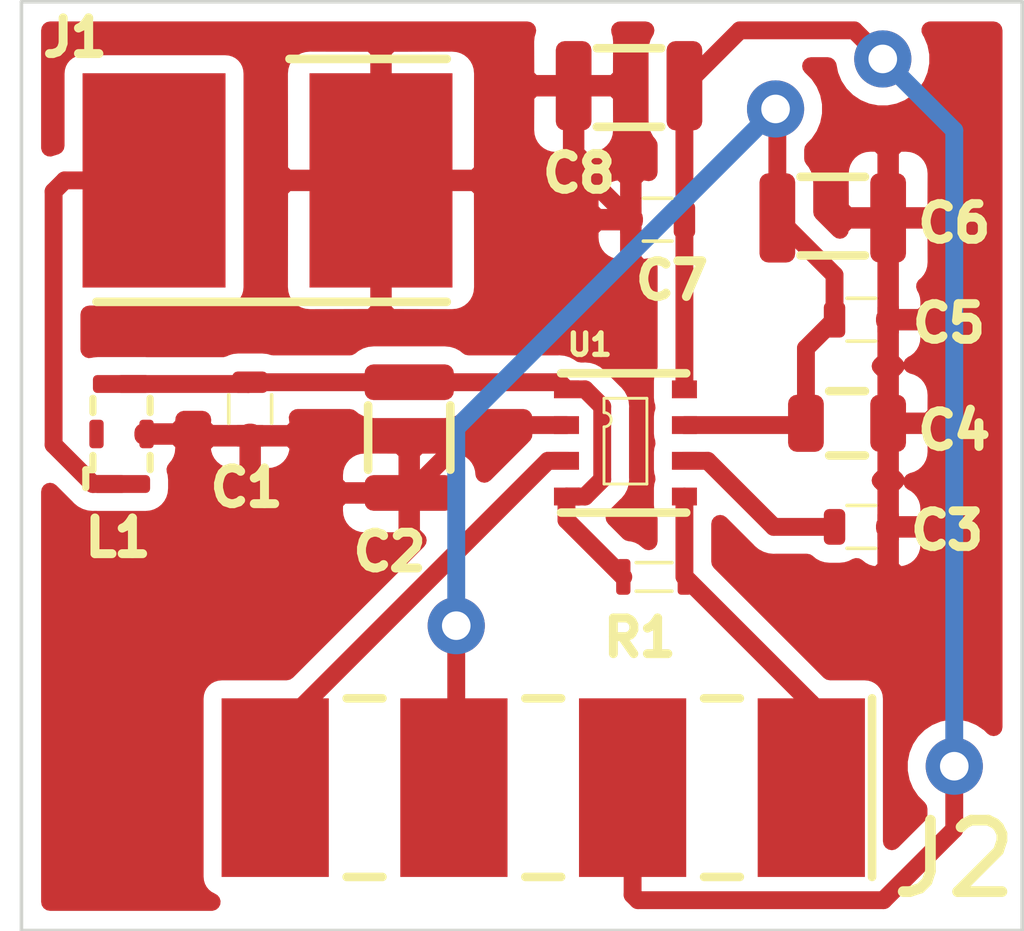
<source format=kicad_pcb>
(kicad_pcb (version 20171130) (host pcbnew "(5.1.5)-3")

  (general
    (thickness 1.6)
    (drawings 4)
    (tracks 70)
    (zones 0)
    (modules 13)
    (nets 9)
  )

  (page A4)
  (layers
    (0 F.Cu signal)
    (31 B.Cu signal)
    (32 B.Adhes user hide)
    (33 F.Adhes user hide)
    (34 B.Paste user hide)
    (35 F.Paste user hide)
    (36 B.SilkS user)
    (37 F.SilkS user)
    (38 B.Mask user)
    (39 F.Mask user)
    (40 Dwgs.User user hide)
    (41 Cmts.User user hide)
    (42 Eco1.User user hide)
    (43 Eco2.User user hide)
    (44 Edge.Cuts user)
    (45 Margin user hide)
    (46 B.CrtYd user)
    (47 F.CrtYd user)
    (48 B.Fab user hide)
    (49 F.Fab user hide)
  )

  (setup
    (last_trace_width 0.25)
    (trace_clearance 0.2)
    (zone_clearance 0.25)
    (zone_45_only no)
    (trace_min 0.2)
    (via_size 0.8)
    (via_drill 0.4)
    (via_min_size 0.4)
    (via_min_drill 0.3)
    (uvia_size 0.3)
    (uvia_drill 0.1)
    (uvias_allowed no)
    (uvia_min_size 0.2)
    (uvia_min_drill 0.1)
    (edge_width 0.05)
    (segment_width 0.2)
    (pcb_text_width 0.3)
    (pcb_text_size 1.5 1.5)
    (mod_edge_width 0.12)
    (mod_text_size 1 1)
    (mod_text_width 0.15)
    (pad_size 1.524 1.524)
    (pad_drill 0.762)
    (pad_to_mask_clearance 0.051)
    (solder_mask_min_width 0.25)
    (aux_axis_origin 0 0)
    (visible_elements 7FFFFFFF)
    (pcbplotparams
      (layerselection 0x010f0_ffffffff)
      (usegerberextensions false)
      (usegerberattributes false)
      (usegerberadvancedattributes false)
      (creategerberjobfile false)
      (excludeedgelayer true)
      (linewidth 0.100000)
      (plotframeref false)
      (viasonmask false)
      (mode 1)
      (useauxorigin false)
      (hpglpennumber 1)
      (hpglpenspeed 20)
      (hpglpendiameter 15.000000)
      (psnegative false)
      (psa4output false)
      (plotreference true)
      (plotvalue true)
      (plotinvisibletext false)
      (padsonsilk false)
      (subtractmaskfromsilk false)
      (outputformat 1)
      (mirror false)
      (drillshape 0)
      (scaleselection 1)
      (outputdirectory ""))
  )

  (net 0 "")
  (net 1 GND)
  (net 2 "Net-(C1-Pad1)")
  (net 3 "Net-(C3-Pad1)")
  (net 4 /FMU-VDD_3V3)
  (net 5 /VDD_3V3_SENSORS)
  (net 6 /VDD_5V_IN)
  (net 7 /VDD_3V3_SENSORS_EN)
  (net 8 /FMU-!RESET)

  (net_class Default "This is the default net class."
    (clearance 0.2)
    (trace_width 0.25)
    (via_dia 0.8)
    (via_drill 0.4)
    (uvia_dia 0.3)
    (uvia_drill 0.1)
    (add_net /FMU-!RESET)
    (add_net /FMU-VDD_3V3)
    (add_net /VDD_3V3_SENSORS)
    (add_net /VDD_3V3_SENSORS_EN)
    (add_net /VDD_5V_IN)
    (add_net GND)
    (add_net "Net-(C1-Pad1)")
    (add_net "Net-(C3-Pad1)")
  )

  (module wooslib:CC0402ZRY5V7BB104_1.0x0.5mm (layer F.Cu) (tedit 5EC38E42) (tstamp 5EC42314)
    (at 149.2 104.7 270)
    (path /5EBE7262)
    (fp_text reference C1 (at 1.6 0.3 180) (layer F.SilkS)
      (effects (font (size 0.5 0.5) (thickness 0.125)))
    )
    (fp_text value 0u1 (at 0.5 1.15 90) (layer F.Fab)
      (effects (font (size 0.5 0.5) (thickness 0.125)))
    )
    (fp_text user %R (at 0.5 0.25 90) (layer F.Fab)
      (effects (font (size 0.25 0.25) (thickness 0.04)))
    )
    (fp_line (start 0 0) (end 1 0) (layer F.Fab) (width 0.05))
    (fp_line (start 1 0.5) (end 0 0.5) (layer F.Fab) (width 0.05))
    (fp_line (start 1 0) (end 1 0.5) (layer F.Fab) (width 0.05))
    (fp_line (start 0 0) (end 0 0.5) (layer F.Fab) (width 0.05))
    (fp_line (start -0.1 -0.1) (end -0.1 0.6) (layer F.CrtYd) (width 0.05))
    (fp_line (start -0.1 0.6) (end 1.1 0.6) (layer F.CrtYd) (width 0.05))
    (fp_line (start 1.1 0.6) (end 1.1 -0.1) (layer F.CrtYd) (width 0.05))
    (fp_line (start 1.1 -0.1) (end -0.1 -0.1) (layer F.CrtYd) (width 0.05))
    (fp_line (start 0.3 -0.05) (end 0.7 -0.05) (layer F.SilkS) (width 0.05))
    (fp_line (start 0.3 0.55) (end 0.7 0.55) (layer F.SilkS) (width 0.05))
    (pad 2 smd roundrect (at 0.875 0.25 270) (size 0.3 0.5) (layers F.Cu F.Paste F.Mask) (roundrect_rratio 0.25)
      (net 1 GND))
    (pad 1 smd roundrect (at 0.125 0.25 270) (size 0.3 0.5) (layers F.Cu F.Paste F.Mask) (roundrect_rratio 0.25)
      (net 2 "Net-(C1-Pad1)"))
  )

  (module wooslib:CL21A106KAYNNNE_2.0x1.25mm (layer F.Cu) (tedit 5EC38EFE) (tstamp 5EC42325)
    (at 151.8 104.6 270)
    (path /5EBE7FB5)
    (fp_text reference C2 (at 2.6 0.9 180) (layer F.SilkS)
      (effects (font (size 0.5 0.5) (thickness 0.125)))
    )
    (fp_text value 10u/25V (at 0.8 2.05 90) (layer F.Fab)
      (effects (font (size 0.5 0.5) (thickness 0.125)))
    )
    (fp_line (start 2 0) (end 2 1.25) (layer F.Fab) (width 0.05))
    (fp_line (start 0 1.25) (end 2 1.25) (layer F.Fab) (width 0.05))
    (fp_line (start 0 0) (end 0 1.25) (layer F.Fab) (width 0.05))
    (fp_text user %R (at 0.975 0.65 90) (layer F.Fab)
      (effects (font (size 0.4 0.4) (thickness 0.07)))
    )
    (fp_line (start 0 0) (end 2 0) (layer F.Fab) (width 0.05))
    (fp_line (start -0.1 -0.1) (end -0.1 1.375) (layer F.CrtYd) (width 0.05))
    (fp_line (start -0.1 1.375) (end 2.1 1.375) (layer F.CrtYd) (width 0.05))
    (fp_line (start 2.1 1.375) (end 2.1 -0.1) (layer F.CrtYd) (width 0.05))
    (fp_line (start 2.1 -0.1) (end -0.1 -0.1) (layer F.CrtYd) (width 0.05))
    (fp_line (start 0.55 0.05) (end 1.45 0.05) (layer F.SilkS) (width 0.12))
    (fp_line (start 1.45 1.2) (end 0.55 1.2) (layer F.SilkS) (width 0.12))
    (pad 2 smd roundrect (at 1.775 0.625 270) (size 0.5 1.25) (layers F.Cu F.Paste F.Mask) (roundrect_rratio 0.25)
      (net 1 GND))
    (pad 1 smd roundrect (at 0.225 0.625 270) (size 0.5 1.25) (layers F.Cu F.Paste F.Mask) (roundrect_rratio 0.25)
      (net 2 "Net-(C1-Pad1)"))
  )

  (module wooslib:CC0402KRX7R7BB103_1.0x0.5mm (layer F.Cu) (tedit 5EC38E23) (tstamp 5EC42336)
    (at 156.9 106.5)
    (path /5EBE80C3)
    (fp_text reference C3 (at 1.8 0.4) (layer F.SilkS)
      (effects (font (size 0.5 0.5) (thickness 0.125)))
    )
    (fp_text value 10n (at 0.4 1.25) (layer F.Fab)
      (effects (font (size 0.5 0.5) (thickness 0.125)))
    )
    (fp_text user %R (at 0.6 0.35) (layer F.Fab)
      (effects (font (size 0.25 0.25) (thickness 0.04)))
    )
    (fp_line (start 1.2 0) (end 0 0) (layer F.CrtYd) (width 0.05))
    (fp_line (start 1.2 0.7) (end 1.2 0) (layer F.CrtYd) (width 0.05))
    (fp_line (start 0 0.7) (end 1.2 0.7) (layer F.CrtYd) (width 0.05))
    (fp_line (start 0 0) (end 0 0.7) (layer F.CrtYd) (width 0.05))
    (fp_line (start 0.1 0.1) (end 0.1 0.6) (layer F.Fab) (width 0.05))
    (fp_line (start 1.1 0.1) (end 1.1 0.6) (layer F.Fab) (width 0.05))
    (fp_line (start 1.1 0.6) (end 0.1 0.6) (layer F.Fab) (width 0.05))
    (fp_line (start 0.1 0.1) (end 1.1 0.1) (layer F.Fab) (width 0.05))
    (fp_line (start 0.4 0.05) (end 0.8 0.05) (layer F.SilkS) (width 0.05))
    (fp_line (start 0.4 0.65) (end 0.8 0.65) (layer F.SilkS) (width 0.05))
    (pad 1 smd roundrect (at 0.225 0.35) (size 0.3 0.5) (layers F.Cu F.Paste F.Mask) (roundrect_rratio 0.25)
      (net 3 "Net-(C3-Pad1)"))
    (pad 2 smd roundrect (at 0.975 0.35) (size 0.3 0.5) (layers F.Cu F.Paste F.Mask) (roundrect_rratio 0.25)
      (net 1 GND))
  )

  (module wooslib:CC0603ZRY5V7BB105_1.6x0.8 (layer F.Cu) (tedit 5EC38EE5) (tstamp 5EC42347)
    (at 156.5 105)
    (path /5EBE963D)
    (fp_text reference C4 (at 2.3 0.5) (layer F.SilkS)
      (effects (font (size 0.5 0.5) (thickness 0.125)))
    )
    (fp_text value 1u (at 0.575 1.525) (layer F.Fab)
      (effects (font (size 0.5 0.5) (thickness 0.125)))
    )
    (fp_line (start 0 0.8) (end 1.6 0.8) (layer F.Fab) (width 0.05))
    (fp_line (start 0 0) (end 1.6 0) (layer F.Fab) (width 0.05))
    (fp_line (start 0 0) (end 0 0.8) (layer F.Fab) (width 0.05))
    (fp_line (start 1.6 0.8) (end 1.6 0) (layer F.Fab) (width 0.05))
    (fp_text user %R (at 0.81 0.42) (layer F.Fab)
      (effects (font (size 0.35 0.35) (thickness 0.07)))
    )
    (fp_line (start -0.1 -0.1) (end -0.1 0.9) (layer F.CrtYd) (width 0.05))
    (fp_line (start -0.1 0.9) (end 1.7 0.9) (layer F.CrtYd) (width 0.05))
    (fp_line (start 1.7 0.9) (end 1.7 -0.1) (layer F.CrtYd) (width 0.05))
    (fp_line (start 1.7 -0.1) (end -0.1 -0.1) (layer F.CrtYd) (width 0.05))
    (fp_line (start 0.55 -0.05) (end 1.05 -0.05) (layer F.SilkS) (width 0.12))
    (fp_line (start 0.55 0.85) (end 1.05 0.85) (layer F.SilkS) (width 0.12))
    (pad 1 smd roundrect (at 0.225 0.4) (size 0.5 0.8) (layers F.Cu F.Paste F.Mask) (roundrect_rratio 0.25)
      (net 4 /FMU-VDD_3V3))
    (pad 2 smd roundrect (at 1.375 0.4) (size 0.5 0.8) (layers F.Cu F.Paste F.Mask) (roundrect_rratio 0.25)
      (net 1 GND))
  )

  (module wooslib:CC0402ZRY5V7BB104_1.0x0.5mm (layer F.Cu) (tedit 5EC38E42) (tstamp 5EC42358)
    (at 157 103.7)
    (path /5EBE8163)
    (fp_text reference C5 (at 1.725 0.3) (layer F.SilkS)
      (effects (font (size 0.5 0.5) (thickness 0.125)))
    )
    (fp_text value 0u1 (at 0.5 1.15) (layer F.Fab)
      (effects (font (size 0.5 0.5) (thickness 0.125)))
    )
    (fp_line (start 0.3 0.55) (end 0.7 0.55) (layer F.SilkS) (width 0.05))
    (fp_line (start 0.3 -0.05) (end 0.7 -0.05) (layer F.SilkS) (width 0.05))
    (fp_line (start 1.1 -0.1) (end -0.1 -0.1) (layer F.CrtYd) (width 0.05))
    (fp_line (start 1.1 0.6) (end 1.1 -0.1) (layer F.CrtYd) (width 0.05))
    (fp_line (start -0.1 0.6) (end 1.1 0.6) (layer F.CrtYd) (width 0.05))
    (fp_line (start -0.1 -0.1) (end -0.1 0.6) (layer F.CrtYd) (width 0.05))
    (fp_line (start 0 0) (end 0 0.5) (layer F.Fab) (width 0.05))
    (fp_line (start 1 0) (end 1 0.5) (layer F.Fab) (width 0.05))
    (fp_line (start 1 0.5) (end 0 0.5) (layer F.Fab) (width 0.05))
    (fp_line (start 0 0) (end 1 0) (layer F.Fab) (width 0.05))
    (fp_text user %R (at 0.5 0.25) (layer F.Fab)
      (effects (font (size 0.25 0.25) (thickness 0.04)))
    )
    (pad 1 smd roundrect (at 0.125 0.25) (size 0.3 0.5) (layers F.Cu F.Paste F.Mask) (roundrect_rratio 0.25)
      (net 4 /FMU-VDD_3V3))
    (pad 2 smd roundrect (at 0.875 0.25) (size 0.3 0.5) (layers F.Cu F.Paste F.Mask) (roundrect_rratio 0.25)
      (net 1 GND))
  )

  (module wooslib:CL21A226MAQNNNE_2.0x1.25mm (layer F.Cu) (tedit 5EC38F1D) (tstamp 5EC42369)
    (at 156 101.8)
    (path /5EBE81B4)
    (fp_text reference C6 (at 2.8 0.8) (layer F.SilkS)
      (effects (font (size 0.5 0.5) (thickness 0.125)))
    )
    (fp_text value 22u/25V (at 1 2) (layer F.Fab)
      (effects (font (size 0.5 0.5) (thickness 0.125)))
    )
    (fp_text user %R (at 1.075 0.75) (layer F.Fab)
      (effects (font (size 0.4 0.4) (thickness 0.07)))
    )
    (fp_line (start 2.1 0.1) (end 2.1 1.35) (layer F.Fab) (width 0.05))
    (fp_line (start 2.2 0) (end 0 0) (layer F.CrtYd) (width 0.05))
    (fp_line (start 0.1 0.1) (end 2.1 0.1) (layer F.Fab) (width 0.05))
    (fp_line (start 0.1 0.1) (end 0.1 1.35) (layer F.Fab) (width 0.05))
    (fp_line (start 0.1 1.35) (end 2.1 1.35) (layer F.Fab) (width 0.05))
    (fp_line (start 2.2 1.475) (end 2.2 0) (layer F.CrtYd) (width 0.05))
    (fp_line (start 0 0) (end 0 1.475) (layer F.CrtYd) (width 0.05))
    (fp_line (start 0 1.475) (end 2.2 1.475) (layer F.CrtYd) (width 0.05))
    (fp_line (start 0.65 0.15) (end 1.55 0.15) (layer F.SilkS) (width 0.12))
    (fp_line (start 1.55 1.25) (end 0.65 1.25) (layer F.SilkS) (width 0.12))
    (pad 1 smd roundrect (at 0.325 0.725) (size 0.5 1.25) (layers F.Cu F.Paste F.Mask) (roundrect_rratio 0.25)
      (net 4 /FMU-VDD_3V3))
    (pad 2 smd roundrect (at 1.875 0.725) (size 0.5 1.25) (layers F.Cu F.Paste F.Mask) (roundrect_rratio 0.25)
      (net 1 GND))
  )

  (module wooslib:CC0402ZRY5V7BB104_1.0x0.5mm (layer F.Cu) (tedit 5EC38E42) (tstamp 5EC4237A)
    (at 155.15 102.8 180)
    (path /5EBE8831)
    (fp_text reference C7 (at 0.3 -0.6) (layer F.SilkS)
      (effects (font (size 0.5 0.5) (thickness 0.125)))
    )
    (fp_text value 0u1 (at 0.5 1.15) (layer F.Fab)
      (effects (font (size 0.5 0.5) (thickness 0.125)))
    )
    (fp_text user %R (at 0.5 0.25) (layer F.Fab)
      (effects (font (size 0.25 0.25) (thickness 0.04)))
    )
    (fp_line (start 0 0) (end 1 0) (layer F.Fab) (width 0.05))
    (fp_line (start 1 0.5) (end 0 0.5) (layer F.Fab) (width 0.05))
    (fp_line (start 1 0) (end 1 0.5) (layer F.Fab) (width 0.05))
    (fp_line (start 0 0) (end 0 0.5) (layer F.Fab) (width 0.05))
    (fp_line (start -0.1 -0.1) (end -0.1 0.6) (layer F.CrtYd) (width 0.05))
    (fp_line (start -0.1 0.6) (end 1.1 0.6) (layer F.CrtYd) (width 0.05))
    (fp_line (start 1.1 0.6) (end 1.1 -0.1) (layer F.CrtYd) (width 0.05))
    (fp_line (start 1.1 -0.1) (end -0.1 -0.1) (layer F.CrtYd) (width 0.05))
    (fp_line (start 0.3 -0.05) (end 0.7 -0.05) (layer F.SilkS) (width 0.05))
    (fp_line (start 0.3 0.55) (end 0.7 0.55) (layer F.SilkS) (width 0.05))
    (pad 2 smd roundrect (at 0.875 0.25 180) (size 0.3 0.5) (layers F.Cu F.Paste F.Mask) (roundrect_rratio 0.25)
      (net 1 GND))
    (pad 1 smd roundrect (at 0.125 0.25 180) (size 0.3 0.5) (layers F.Cu F.Paste F.Mask) (roundrect_rratio 0.25)
      (net 5 /VDD_3V3_SENSORS))
  )

  (module wooslib:CL21A226MAQNNNE_2.0x1.25mm (layer F.Cu) (tedit 5EC38F1D) (tstamp 5EC4238B)
    (at 155.35 101.4 180)
    (path /5EBEA0B6)
    (fp_text reference C8 (at 1.8 -0.5) (layer F.SilkS)
      (effects (font (size 0.5 0.5) (thickness 0.125)))
    )
    (fp_text value 22u/25V (at 1 2) (layer F.Fab)
      (effects (font (size 0.5 0.5) (thickness 0.125)))
    )
    (fp_line (start 1.55 1.25) (end 0.65 1.25) (layer F.SilkS) (width 0.12))
    (fp_line (start 0.65 0.15) (end 1.55 0.15) (layer F.SilkS) (width 0.12))
    (fp_line (start 0 1.475) (end 2.2 1.475) (layer F.CrtYd) (width 0.05))
    (fp_line (start 0 0) (end 0 1.475) (layer F.CrtYd) (width 0.05))
    (fp_line (start 2.2 1.475) (end 2.2 0) (layer F.CrtYd) (width 0.05))
    (fp_line (start 0.1 1.35) (end 2.1 1.35) (layer F.Fab) (width 0.05))
    (fp_line (start 0.1 0.1) (end 0.1 1.35) (layer F.Fab) (width 0.05))
    (fp_line (start 0.1 0.1) (end 2.1 0.1) (layer F.Fab) (width 0.05))
    (fp_line (start 2.2 0) (end 0 0) (layer F.CrtYd) (width 0.05))
    (fp_line (start 2.1 0.1) (end 2.1 1.35) (layer F.Fab) (width 0.05))
    (fp_text user %R (at 1.075 0.75) (layer F.Fab)
      (effects (font (size 0.4 0.4) (thickness 0.07)))
    )
    (pad 2 smd roundrect (at 1.875 0.725 180) (size 0.5 1.25) (layers F.Cu F.Paste F.Mask) (roundrect_rratio 0.25)
      (net 1 GND))
    (pad 1 smd roundrect (at 0.325 0.725 180) (size 0.5 1.25) (layers F.Cu F.Paste F.Mask) (roundrect_rratio 0.25)
      (net 5 /VDD_3V3_SENSORS))
  )

  (module wooslib:FMU3_VDD_5V_IN_Connector (layer F.Cu) (tedit 5EC38F6A) (tstamp 5EC4239D)
    (at 145.7 102 90)
    (path /5EC3E655)
    (fp_text reference J1 (at 2 0.8 180) (layer F.SilkS)
      (effects (font (size 0.5 0.5) (thickness 0.125)))
    )
    (fp_text value Conn_01x02_Male (at 0 7 90) (layer F.Fab)
      (effects (font (size 0.5 0.5) (thickness 0.125)))
    )
    (fp_text user %R (at 0 3.175) (layer F.Fab)
      (effects (font (size 1 1) (thickness 0.15)))
    )
    (fp_line (start -1 1) (end 1.5 1) (layer F.Fab) (width 0.12))
    (fp_line (start 1.5 1) (end 1.5 6) (layer F.Fab) (width 0.12))
    (fp_line (start 1.5 6) (end -1.5 6) (layer F.Fab) (width 0.12))
    (fp_line (start -1.5 6) (end -1.5 1.5) (layer F.Fab) (width 0.12))
    (fp_line (start -1.5 1.5) (end -1 1) (layer F.Fab) (width 0.12))
    (fp_line (start -2 0.5) (end -2 6.5) (layer F.CrtYd) (width 0.12))
    (fp_line (start -2 6.5) (end 2 6.5) (layer F.CrtYd) (width 0.12))
    (fp_line (start 2 6.5) (end 2 0.5) (layer F.CrtYd) (width 0.12))
    (fp_line (start 2 0.5) (end -2 0.5) (layer F.CrtYd) (width 0.12))
    (fp_line (start -1.7 1.1) (end -1.7 6) (layer F.SilkS) (width 0.12))
    (fp_line (start 1.7 6) (end 1.7 3.8) (layer F.SilkS) (width 0.12))
    (pad 2 smd rect (at 0 5.08 90) (size 3 2) (layers F.Cu F.Paste F.Mask)
      (net 1 GND))
    (pad 1 smd rect (at 0 1.905 90) (size 3 2) (layers F.Cu F.Paste F.Mask)
      (net 6 /VDD_5V_IN))
  )

  (module wooslib:MIC5332_OUTPUT_Connector (layer F.Cu) (tedit 5EC390E2) (tstamp 5EC423B4)
    (at 154.3 110.5 270)
    (path /5EC5E87A)
    (fp_text reference J2 (at 1 -4.5 180) (layer F.SilkS)
      (effects (font (size 1 1) (thickness 0.15)))
    )
    (fp_text value Conn_01x04_Male (at 0 7 90) (layer F.Fab)
      (effects (font (size 1 1) (thickness 0.15)))
    )
    (fp_line (start -1 -3) (end -1 5.5) (layer F.Fab) (width 0.12))
    (fp_line (start -1 5.5) (end 1 5.5) (layer F.Fab) (width 0.12))
    (fp_line (start 1 5.5) (end 1 -3) (layer F.Fab) (width 0.12))
    (fp_line (start 1 -3) (end -1 -3) (layer F.Fab) (width 0.12))
    (fp_line (start -1.5 -3.5) (end -1.5 6) (layer F.CrtYd) (width 0.12))
    (fp_line (start -1.5 6) (end 1.5 6) (layer F.CrtYd) (width 0.12))
    (fp_line (start 1.5 6) (end 1.5 -3.5) (layer F.CrtYd) (width 0.12))
    (fp_line (start 1.5 -3.5) (end -1.5 -3.5) (layer F.CrtYd) (width 0.12))
    (fp_line (start -1.25 -1.5) (end -1.25 -1) (layer F.SilkS) (width 0.12))
    (fp_line (start 1.25 -1.5) (end 1.25 -1) (layer F.SilkS) (width 0.12))
    (fp_line (start -1.25 1) (end -1.25 1.5) (layer F.SilkS) (width 0.12))
    (fp_line (start 1.25 1) (end 1.25 1.5) (layer F.SilkS) (width 0.12))
    (fp_line (start 1.25 3.5) (end 1.25 4) (layer F.SilkS) (width 0.12))
    (fp_line (start -1.25 3.5) (end -1.25 4) (layer F.SilkS) (width 0.12))
    (fp_line (start -1.25 -3.35) (end 1.25 -3.35) (layer F.SilkS) (width 0.12))
    (pad 2 smd rect (at 0 0 270) (size 2.5 1.5) (layers F.Cu F.Paste F.Mask)
      (net 5 /VDD_3V3_SENSORS))
    (pad 1 smd rect (at 0 -2.5 270) (size 2.5 1.5) (layers F.Cu F.Paste F.Mask)
      (net 7 /VDD_3V3_SENSORS_EN))
    (pad 3 smd rect (at 0 2.5 270) (size 2.5 1.5) (layers F.Cu F.Paste F.Mask)
      (net 4 /FMU-VDD_3V3))
    (pad 4 smd rect (at 0 5 270) (size 2.5 1.5) (layers F.Cu F.Paste F.Mask)
      (net 8 /FMU-!RESET))
  )

  (module wooslib:KNH16C104DA5TS_EMI_filter (layer F.Cu) (tedit 5EC39048) (tstamp 5EC423D3)
    (at 146.8 106.3 90)
    (path /5EC31E0D)
    (fp_text reference L1 (at -0.7 0.3 180) (layer F.SilkS)
      (effects (font (size 0.5 0.5) (thickness 0.125)))
    )
    (fp_text value "Kyocera KNH16C104DA5TS EMI filter" (at 0.7 1.55 90) (layer F.Fab)
      (effects (font (size 0.5 0.5) (thickness 0.125)))
    )
    (fp_line (start 0 0) (end 1.5 0) (layer F.Fab) (width 0.05))
    (fp_line (start 1.5 0.7) (end 1.5 0) (layer F.Fab) (width 0.05))
    (fp_line (start 0 0.7) (end 1.5 0.7) (layer F.Fab) (width 0.05))
    (fp_text user %R (at 0.75 0.375 90) (layer F.Fab)
      (effects (font (size 0.35 0.35) (thickness 0.075)))
    )
    (fp_line (start 0 0) (end 0 0.7) (layer F.Fab) (width 0.05))
    (fp_line (start 1 -0.1) (end 1 -0.2) (layer F.CrtYd) (width 0.05))
    (fp_line (start 1 -0.2) (end 0.5 -0.2) (layer F.CrtYd) (width 0.05))
    (fp_line (start 0.5 -0.2) (end 0.5 -0.1) (layer F.CrtYd) (width 0.05))
    (fp_line (start -0.15 -0.1) (end -0.15 0.8) (layer F.CrtYd) (width 0.05))
    (fp_line (start 0.5 0.8) (end 0.5 0.9) (layer F.CrtYd) (width 0.05))
    (fp_line (start 0.5 0.9) (end 1 0.9) (layer F.CrtYd) (width 0.05))
    (fp_line (start 1 0.9) (end 1 0.8) (layer F.CrtYd) (width 0.05))
    (fp_line (start 1.65 0.8) (end 1.65 -0.1) (layer F.CrtYd) (width 0.05))
    (fp_line (start -0.15 -0.1) (end 0.5 -0.1) (layer F.CrtYd) (width 0.05))
    (fp_line (start 1 -0.1) (end 1.65 -0.1) (layer F.CrtYd) (width 0.05))
    (fp_line (start 1.65 0.8) (end 1 0.8) (layer F.CrtYd) (width 0.05))
    (fp_line (start 0.5 0.8) (end -0.15 0.8) (layer F.CrtYd) (width 0.05))
    (fp_line (start 0 -0.15) (end 0.25 -0.15) (layer F.SilkS) (width 0.1))
    (fp_line (start 0.25 -0.15) (end 0.25 -0.05) (layer F.SilkS) (width 0.1))
    (fp_line (start 0.25 -0.05) (end 0.45 -0.05) (layer F.SilkS) (width 0.1))
    (fp_line (start 1.25 -0.05) (end 1.05 -0.05) (layer F.SilkS) (width 0.1))
    (fp_line (start 0.45 0.75) (end 0.25 0.75) (layer F.SilkS) (width 0.1))
    (fp_line (start 1.25 0.75) (end 1.05 0.75) (layer F.SilkS) (width 0.1))
    (pad 4 smd roundrect (at 0.75 0 90) (size 0.4 0.2) (layers F.Cu F.Paste F.Mask) (roundrect_rratio 0.25))
    (pad 1 smd roundrect (at 0.05 0.35 90) (size 0.25 0.8) (layers F.Cu F.Paste F.Mask) (roundrect_rratio 0.24)
      (net 6 /VDD_5V_IN))
    (pad 3 smd roundrect (at 1.45 0.35 90) (size 0.25 0.8) (layers F.Cu F.Paste F.Mask) (roundrect_rratio 0.24)
      (net 2 "Net-(C1-Pad1)"))
    (pad 2 smd roundrect (at 0.75 0.7 90) (size 0.4 0.2) (layers F.Cu F.Paste F.Mask) (roundrect_rratio 0.25)
      (net 1 GND))
  )

  (module wooslib:RC0402FR-0710KL_1.0x0.5mm (layer F.Cu) (tedit 5EC3910A) (tstamp 5EC423E4)
    (at 155.1 107.8 180)
    (path /5EBF3B71)
    (fp_text reference R1 (at 0.7 -0.6) (layer F.SilkS)
      (effects (font (size 0.5 0.5) (thickness 0.125)))
    )
    (fp_text value 10K (at -0.3 1.7) (layer F.Fab)
      (effects (font (size 0.5 0.5) (thickness 0.125)))
    )
    (fp_line (start 0 0) (end 0 0.5) (layer F.Fab) (width 0.05))
    (fp_line (start 0 0) (end 1 0) (layer F.Fab) (width 0.05))
    (fp_line (start 1 0) (end 1 0.5) (layer F.Fab) (width 0.05))
    (fp_line (start 1 0.5) (end 0 0.5) (layer F.Fab) (width 0.05))
    (fp_text user %R (at 0.51 0.24) (layer F.Fab)
      (effects (font (size 0.2 0.2) (thickness 0.04)))
    )
    (fp_line (start -0.1 -0.1) (end -0.1 0.6) (layer F.CrtYd) (width 0.05))
    (fp_line (start -0.1 0.6) (end 1.1 0.6) (layer F.CrtYd) (width 0.05))
    (fp_line (start 1.1 0.6) (end 1.1 -0.1) (layer F.CrtYd) (width 0.05))
    (fp_line (start 1.1 -0.1) (end -0.1 -0.1) (layer F.CrtYd) (width 0.05))
    (fp_line (start 0.25 0.05) (end 0.75 0.05) (layer F.SilkS) (width 0.05))
    (fp_line (start 0.75 0.45) (end 0.25 0.45) (layer F.SilkS) (width 0.05))
    (pad 1 smd roundrect (at 0.07 0.25 180) (size 0.2 0.5) (layers F.Cu F.Paste F.Mask) (roundrect_rratio 0.25)
      (net 7 /VDD_3V3_SENSORS_EN))
    (pad 2 smd roundrect (at 0.93 0.25 180) (size 0.2 0.5) (layers F.Cu F.Paste F.Mask) (roundrect_rratio 0.25)
      (net 2 "Net-(C1-Pad1)"))
  )

  (module wooslib:MIC5332 (layer F.Cu) (tedit 5EC3907C) (tstamp 5EC42400)
    (at 153.2 104.8)
    (path /5EBE6924)
    (fp_text reference U1 (at 0.5 -0.5) (layer F.SilkS)
      (effects (font (size 0.3 0.3) (thickness 0.075)))
    )
    (fp_text value MIC5332 (at 0.8 2.3) (layer F.Fab)
      (effects (font (size 0.3 0.3) (thickness 0.075)))
    )
    (fp_line (start 0 -0.125) (end 2 -0.125) (layer F.Fab) (width 0.04))
    (fp_line (start 0 1.875) (end 0 -0.125) (layer F.Fab) (width 0.04))
    (fp_line (start 2 1.875) (end 0 1.875) (layer F.Fab) (width 0.04))
    (fp_line (start 2 -0.125) (end 2 1.875) (layer F.Fab) (width 0.04))
    (fp_line (start 0.7 1.45) (end 1.3 1.45) (layer F.SilkS) (width 0.04))
    (fp_line (start 1.3 1.45) (end 1.3 0.25) (layer F.SilkS) (width 0.04))
    (fp_line (start 1.3 0.25) (end 0.7 0.25) (layer F.SilkS) (width 0.04))
    (fp_arc (start 0.7 0.55) (end 0.7 0.45) (angle 180) (layer F.SilkS) (width 0.04))
    (fp_line (start 0.7 0.25) (end 0.7 0.45) (layer F.SilkS) (width 0.04))
    (fp_line (start 0.7 0.65) (end 0.7 1.45) (layer F.SilkS) (width 0.04))
    (fp_line (start -0.1 2) (end 2.1 2) (layer F.CrtYd) (width 0.04))
    (fp_line (start 2.1 2) (end 2.1 -0.2) (layer F.CrtYd) (width 0.04))
    (fp_line (start 2.1 -0.2) (end -0.1 -0.2) (layer F.CrtYd) (width 0.04))
    (fp_line (start -0.1 -0.2) (end -0.1 2) (layer F.CrtYd) (width 0.04))
    (fp_line (start 0.1 -0.1) (end 1.85 -0.1) (layer F.SilkS) (width 0.12))
    (fp_line (start 1.85 1.85) (end 0.1 1.85) (layer F.SilkS) (width 0.12))
    (pad 1 smd trapezoid (at 0.175 0.125 270) (size 0.25 0.35) (layers F.Cu F.Paste F.Mask)
      (net 2 "Net-(C1-Pad1)"))
    (pad 2 smd trapezoid (at 0.175 0.625 90) (size 0.25 0.35) (layers F.Cu F.Paste F.Mask)
      (net 1 GND))
    (pad 3 smd trapezoid (at 0.175 1.125 90) (size 0.25 0.35) (layers F.Cu F.Paste F.Mask)
      (net 8 /FMU-!RESET))
    (pad 4 smd trapezoid (at 0.175 1.625 90) (size 0.25 0.35) (layers F.Cu F.Paste F.Mask)
      (net 2 "Net-(C1-Pad1)"))
    (pad 5 smd trapezoid (at 1.825 1.625 90) (size 0.25 0.35) (layers F.Cu F.Paste F.Mask)
      (net 7 /VDD_3V3_SENSORS_EN))
    (pad 6 smd trapezoid (at 1.825 1.125 90) (size 0.25 0.35) (layers F.Cu F.Paste F.Mask)
      (net 3 "Net-(C3-Pad1)"))
    (pad 7 smd trapezoid (at 1.825 0.625 90) (size 0.25 0.35) (layers F.Cu F.Paste F.Mask)
      (net 4 /FMU-VDD_3V3))
    (pad 8 smd trapezoid (at 1.825 0.125 90) (size 0.25 0.35) (layers F.Cu F.Paste F.Mask)
      (net 5 /VDD_3V3_SENSORS))
  )

  (gr_line (start 159.75 99.5) (end 145.75 99.5) (layer Edge.Cuts) (width 0.05) (tstamp 5EC42F84))
  (gr_line (start 159.75 112.5) (end 159.75 99.5) (layer Edge.Cuts) (width 0.05))
  (gr_line (start 145.75 112.5) (end 159.75 112.5) (layer Edge.Cuts) (width 0.05))
  (gr_line (start 145.75 99.5) (end 145.75 112.5) (layer Edge.Cuts) (width 0.05))

  (segment (start 148.925 105.55) (end 148.95 105.575) (width 0.25) (layer F.Cu) (net 1))
  (segment (start 157.875 102.525) (end 157.875 103.95) (width 0.25) (layer F.Cu) (net 1))
  (segment (start 157.875 103.95) (end 157.875 105.4) (width 0.25) (layer F.Cu) (net 1))
  (segment (start 157.875 105.4) (end 157.875 106.85) (width 0.25) (layer F.Cu) (net 1))
  (segment (start 151.175 106.375) (end 152.125 105.425) (width 0.25) (layer F.Cu) (net 1))
  (segment (start 152.125 105.425) (end 153.375 105.425) (width 0.25) (layer F.Cu) (net 1))
  (segment (start 148.95 106.25) (end 149.075 106.375) (width 0.25) (layer F.Cu) (net 1))
  (segment (start 148.95 105.575) (end 148.95 106.25) (width 0.25) (layer F.Cu) (net 1))
  (segment (start 149.075 106.375) (end 151.175 106.375) (width 0.25) (layer F.Cu) (net 1))
  (segment (start 147.5 105.55) (end 148.925 105.55) (width 0.25) (layer F.Cu) (net 1))
  (segment (start 153.475 101.75) (end 154.275 102.55) (width 0.25) (layer F.Cu) (net 1))
  (segment (start 153.475 100.675) (end 153.475 101.75) (width 0.25) (layer F.Cu) (net 1))
  (segment (start 148.925 104.85) (end 148.95 104.825) (width 0.25) (layer F.Cu) (net 2))
  (segment (start 153.275 104.825) (end 153.375 104.925) (width 0.25) (layer F.Cu) (net 2))
  (segment (start 153.375 106.755) (end 154.17 107.55) (width 0.25) (layer F.Cu) (net 2))
  (segment (start 153.375 106.425) (end 153.375 106.755) (width 0.25) (layer F.Cu) (net 2))
  (segment (start 153.55 106.425) (end 153.375 106.425) (width 0.25) (layer F.Cu) (net 2))
  (segment (start 153.87501 106.184626) (end 153.634636 106.425) (width 0.25) (layer F.Cu) (net 2))
  (segment (start 153.634636 106.425) (end 153.55 106.425) (width 0.25) (layer F.Cu) (net 2))
  (segment (start 153.87501 105.165374) (end 153.87501 106.184626) (width 0.25) (layer F.Cu) (net 2))
  (segment (start 153.634636 104.925) (end 153.87501 105.165374) (width 0.25) (layer F.Cu) (net 2))
  (segment (start 153.375 104.925) (end 153.634636 104.925) (width 0.25) (layer F.Cu) (net 2))
  (segment (start 151.175 104.825) (end 153.275 104.825) (width 0.25) (layer F.Cu) (net 2))
  (segment (start 148.95 104.825) (end 151.175 104.825) (width 0.25) (layer F.Cu) (net 2))
  (segment (start 147.15 104.85) (end 148.925 104.85) (width 0.25) (layer F.Cu) (net 2))
  (segment (start 155.025 105.925) (end 155.35 105.925) (width 0.25) (layer F.Cu) (net 3))
  (segment (start 155.35 105.925) (end 156.275 106.85) (width 0.25) (layer F.Cu) (net 3))
  (segment (start 157.125 106.85) (end 156.275 106.85) (width 0.25) (layer F.Cu) (net 3))
  (segment (start 156.7 105.425) (end 156.725 105.4) (width 0.25) (layer F.Cu) (net 4))
  (segment (start 155.025 105.425) (end 156.7 105.425) (width 0.25) (layer F.Cu) (net 4))
  (segment (start 156.725 104.35) (end 157.125 103.95) (width 0.25) (layer F.Cu) (net 4))
  (segment (start 156.725 105.4) (end 156.725 104.35) (width 0.25) (layer F.Cu) (net 4))
  (segment (start 157.125 103.325) (end 156.325 102.525) (width 0.25) (layer F.Cu) (net 4))
  (segment (start 157.125 103.95) (end 157.125 103.325) (width 0.25) (layer F.Cu) (net 4))
  (via (at 156.3 101) (size 0.8) (drill 0.4) (layers F.Cu B.Cu) (net 4))
  (segment (start 156.325 102.525) (end 156.325 101.025) (width 0.25) (layer F.Cu) (net 4))
  (segment (start 156.325 101.025) (end 156.3 101) (width 0.25) (layer F.Cu) (net 4))
  (via (at 151.832835 108.232835) (size 0.8) (drill 0.4) (layers F.Cu B.Cu) (net 4))
  (segment (start 156.3 101) (end 151.832835 105.467165) (width 0.25) (layer B.Cu) (net 4))
  (segment (start 151.832835 105.467165) (end 151.832835 108.232835) (width 0.25) (layer B.Cu) (net 4))
  (segment (start 151.832835 110.467165) (end 151.8 110.5) (width 0.25) (layer F.Cu) (net 4))
  (segment (start 151.832835 108.232835) (end 151.832835 110.467165) (width 0.25) (layer F.Cu) (net 4))
  (via (at 157.8 100.3) (size 0.8) (drill 0.4) (layers F.Cu B.Cu) (net 5))
  (segment (start 157.774999 100.274999) (end 157.8 100.3) (width 0.25) (layer F.Cu) (net 5))
  (via (at 158.8 110.2) (size 0.8) (drill 0.4) (layers F.Cu B.Cu) (net 5))
  (segment (start 157.8 100.3) (end 158.8 101.3) (width 0.25) (layer B.Cu) (net 5))
  (segment (start 158.8 101.3) (end 158.8 110.2) (width 0.25) (layer B.Cu) (net 5))
  (segment (start 154.375001 112.075001) (end 154.3 112) (width 0.25) (layer F.Cu) (net 5))
  (segment (start 154.3 112) (end 154.3 110.5) (width 0.25) (layer F.Cu) (net 5))
  (segment (start 157.810001 112.075001) (end 154.375001 112.075001) (width 0.25) (layer F.Cu) (net 5))
  (segment (start 158.8 111.085002) (end 157.810001 112.075001) (width 0.25) (layer F.Cu) (net 5))
  (segment (start 158.8 110.2) (end 158.8 111.085002) (width 0.25) (layer F.Cu) (net 5))
  (segment (start 157.400001 99.900001) (end 157.8 100.3) (width 0.25) (layer F.Cu) (net 5))
  (segment (start 155.799999 99.900001) (end 157.400001 99.900001) (width 0.25) (layer F.Cu) (net 5))
  (segment (start 155.025 100.675) (end 155.799999 99.900001) (width 0.25) (layer F.Cu) (net 5))
  (segment (start 155.025 100.675) (end 155.025 102.55) (width 0.25) (layer F.Cu) (net 5))
  (segment (start 155.025 102.55) (end 155.025 104.925) (width 0.25) (layer F.Cu) (net 5))
  (segment (start 146.75 106.25) (end 146.2 105.7) (width 0.25) (layer F.Cu) (net 6))
  (segment (start 147.15 106.25) (end 146.75 106.25) (width 0.25) (layer F.Cu) (net 6))
  (segment (start 146.355 102) (end 147.605 102) (width 0.25) (layer F.Cu) (net 6))
  (segment (start 146.2 102.155) (end 146.355 102) (width 0.25) (layer F.Cu) (net 6))
  (segment (start 146.2 105.7) (end 146.2 102.155) (width 0.25) (layer F.Cu) (net 6))
  (segment (start 156.8 109.32) (end 156.8 110.5) (width 0.25) (layer F.Cu) (net 7))
  (segment (start 155.03 107.55) (end 156.8 109.32) (width 0.25) (layer F.Cu) (net 7))
  (segment (start 155.025 107.545) (end 155.03 107.55) (width 0.25) (layer F.Cu) (net 7))
  (segment (start 155.025 106.425) (end 155.025 107.545) (width 0.25) (layer F.Cu) (net 7))
  (segment (start 153.2 105.925) (end 153.375 105.925) (width 0.25) (layer F.Cu) (net 8))
  (segment (start 153.115364 105.925) (end 153.2 105.925) (width 0.25) (layer F.Cu) (net 8))
  (segment (start 149.3 109.740364) (end 153.115364 105.925) (width 0.25) (layer F.Cu) (net 8))
  (segment (start 149.3 110.5) (end 149.3 109.740364) (width 0.25) (layer F.Cu) (net 8))

  (zone (net 1) (net_name GND) (layer B.Cu) (tstamp 5EC436EA) (hatch edge 0.508)
    (connect_pads (clearance 0.25))
    (min_thickness 0.25)
    (fill yes (arc_segments 32) (thermal_gap 0.3) (thermal_bridge_width 0.3))
    (polygon
      (pts
        (xy 159.75 112.5) (xy 145.75 112.5) (xy 145.75 99.5) (xy 159.75 99.5)
      )
    )
  )
  (zone (net 1) (net_name GND) (layer F.Cu) (tstamp 5EC436E7) (hatch edge 0.508)
    (connect_pads (clearance 0.25))
    (min_thickness 0.25)
    (fill yes (arc_segments 32) (thermal_gap 0.3) (thermal_bridge_width 0.3))
    (polygon
      (pts
        (xy 159.75 112.5) (xy 145.75 112.5) (xy 145.75 99.5) (xy 159.75 99.5)
      )
    )
    (filled_polygon
      (pts
        (xy 150.396207 105.367243) (xy 150.482964 105.413616) (xy 150.577101 105.442172) (xy 150.675 105.451814) (xy 151.675 105.451814)
        (xy 151.772899 105.442172) (xy 151.867036 105.413616) (xy 151.953793 105.367243) (xy 152.005266 105.325) (xy 152.772944 105.325)
        (xy 152.772944 105.55) (xy 152.773782 105.558508) (xy 152.7601 105.569736) (xy 152.744444 105.588813) (xy 152.22537 106.107887)
        (xy 152.21885 106.041686) (xy 152.194548 105.961573) (xy 152.155084 105.88774) (xy 152.101974 105.823026) (xy 152.03726 105.769916)
        (xy 151.963427 105.730452) (xy 151.883314 105.70615) (xy 151.8 105.697944) (xy 151.30625 105.7) (xy 151.2 105.80625)
        (xy 151.2 106.35) (xy 151.22 106.35) (xy 151.22 106.4) (xy 151.2 106.4) (xy 151.2 106.94375)
        (xy 151.294754 107.038504) (xy 149.460073 108.873186) (xy 148.55 108.873186) (xy 148.476487 108.880426) (xy 148.4058 108.901869)
        (xy 148.340653 108.936691) (xy 148.283552 108.983552) (xy 148.236691 109.040653) (xy 148.201869 109.1058) (xy 148.180426 109.176487)
        (xy 148.173186 109.25) (xy 148.173186 111.75) (xy 148.180426 111.823513) (xy 148.201869 111.8942) (xy 148.236691 111.959347)
        (xy 148.283552 112.016448) (xy 148.340653 112.063309) (xy 148.4058 112.098131) (xy 148.411961 112.1) (xy 146.15 112.1)
        (xy 146.15 106.357106) (xy 146.379079 106.586186) (xy 146.394736 106.605264) (xy 146.470871 106.667746) (xy 146.557733 106.714175)
        (xy 146.651983 106.742765) (xy 146.72544 106.75) (xy 146.725449 106.75) (xy 146.749999 106.752418) (xy 146.774549 106.75)
        (xy 146.791582 106.75) (xy 146.81 106.751814) (xy 147.49 106.751814) (xy 147.575218 106.743421) (xy 147.657161 106.718564)
        (xy 147.732681 106.678198) (xy 147.797501 106.625) (xy 150.122944 106.625) (xy 150.13115 106.708314) (xy 150.155452 106.788427)
        (xy 150.194916 106.86226) (xy 150.248026 106.926974) (xy 150.31274 106.980084) (xy 150.386573 107.019548) (xy 150.466686 107.04385)
        (xy 150.55 107.052056) (xy 151.04375 107.05) (xy 151.15 106.94375) (xy 151.15 106.4) (xy 150.23125 106.4)
        (xy 150.125 106.50625) (xy 150.122944 106.625) (xy 147.797501 106.625) (xy 147.798874 106.623874) (xy 147.853198 106.557681)
        (xy 147.893564 106.482161) (xy 147.918421 106.400218) (xy 147.926814 106.315) (xy 147.926814 106.185) (xy 147.918421 106.099782)
        (xy 147.90343 106.050364) (xy 147.904253 106.049678) (xy 147.956871 105.984563) (xy 147.995775 105.910434) (xy 148.019469 105.830139)
        (xy 148.027044 105.746765) (xy 148.026365 105.725) (xy 148.272944 105.725) (xy 148.28115 105.808314) (xy 148.305452 105.888427)
        (xy 148.344916 105.96226) (xy 148.398026 106.026974) (xy 148.46274 106.080084) (xy 148.536573 106.119548) (xy 148.616686 106.14385)
        (xy 148.7 106.152056) (xy 148.81875 106.15) (xy 148.925 106.04375) (xy 148.925 105.6) (xy 148.975 105.6)
        (xy 148.975 106.04375) (xy 149.08125 106.15) (xy 149.2 106.152056) (xy 149.283314 106.14385) (xy 149.345454 106.125)
        (xy 150.122944 106.125) (xy 150.125 106.24375) (xy 150.23125 106.35) (xy 151.15 106.35) (xy 151.15 105.80625)
        (xy 151.04375 105.7) (xy 150.55 105.697944) (xy 150.466686 105.70615) (xy 150.386573 105.730452) (xy 150.31274 105.769916)
        (xy 150.248026 105.823026) (xy 150.194916 105.88774) (xy 150.155452 105.961573) (xy 150.13115 106.041686) (xy 150.122944 106.125)
        (xy 149.345454 106.125) (xy 149.363427 106.119548) (xy 149.43726 106.080084) (xy 149.501974 106.026974) (xy 149.555084 105.96226)
        (xy 149.594548 105.888427) (xy 149.61885 105.808314) (xy 149.627056 105.725) (xy 149.625 105.70625) (xy 149.51875 105.6)
        (xy 148.975 105.6) (xy 148.925 105.6) (xy 148.38125 105.6) (xy 148.275 105.70625) (xy 148.272944 105.725)
        (xy 148.026365 105.725) (xy 148.025 105.68125) (xy 147.91875 105.575) (xy 147.455 105.575) (xy 147.455 105.525)
        (xy 147.91875 105.525) (xy 148.025 105.41875) (xy 148.027044 105.353235) (xy 148.02675 105.35) (xy 148.280331 105.35)
        (xy 148.272944 105.425) (xy 148.275 105.44375) (xy 148.38125 105.55) (xy 148.925 105.55) (xy 148.925 105.53)
        (xy 148.975 105.53) (xy 148.975 105.55) (xy 149.51875 105.55) (xy 149.625 105.44375) (xy 149.627056 105.425)
        (xy 149.61885 105.341686) (xy 149.613788 105.325) (xy 150.344734 105.325)
      )
    )
    (filled_polygon
      (pts
        (xy 159.35 109.653984) (xy 159.294034 109.598018) (xy 159.1671 109.513204) (xy 159.026059 109.454783) (xy 158.876331 109.425)
        (xy 158.723669 109.425) (xy 158.573941 109.454783) (xy 158.4329 109.513204) (xy 158.305966 109.598018) (xy 158.198018 109.705966)
        (xy 158.113204 109.8329) (xy 158.054783 109.973941) (xy 158.025 110.123669) (xy 158.025 110.276331) (xy 158.054783 110.426059)
        (xy 158.113204 110.5671) (xy 158.198018 110.694034) (xy 158.300001 110.796017) (xy 158.300001 110.877895) (xy 157.926814 111.251083)
        (xy 157.926814 109.25) (xy 157.919574 109.176487) (xy 157.898131 109.1058) (xy 157.863309 109.040653) (xy 157.816448 108.983552)
        (xy 157.759347 108.936691) (xy 157.6942 108.901869) (xy 157.623513 108.880426) (xy 157.55 108.873186) (xy 157.060292 108.873186)
        (xy 155.525 107.337895) (xy 155.525 106.807106) (xy 155.90408 107.186187) (xy 155.919736 107.205264) (xy 155.995871 107.267746)
        (xy 156.082733 107.314175) (xy 156.176983 107.342765) (xy 156.275 107.352419) (xy 156.29956 107.35) (xy 156.737244 107.35)
        (xy 156.798986 107.40067) (xy 156.877098 107.442422) (xy 156.961855 107.468133) (xy 157.05 107.476814) (xy 157.2 107.476814)
        (xy 157.288145 107.468133) (xy 157.372902 107.442422) (xy 157.433103 107.410244) (xy 157.48774 107.455084) (xy 157.561573 107.494548)
        (xy 157.641686 107.51885) (xy 157.725 107.527056) (xy 157.74375 107.525) (xy 157.85 107.41875) (xy 157.85 106.875)
        (xy 157.9 106.875) (xy 157.9 107.41875) (xy 158.00625 107.525) (xy 158.025 107.527056) (xy 158.108314 107.51885)
        (xy 158.188427 107.494548) (xy 158.26226 107.455084) (xy 158.326974 107.401974) (xy 158.380084 107.33726) (xy 158.419548 107.263427)
        (xy 158.44385 107.183314) (xy 158.452056 107.1) (xy 158.45 106.98125) (xy 158.34375 106.875) (xy 157.9 106.875)
        (xy 157.85 106.875) (xy 157.83 106.875) (xy 157.83 106.825) (xy 157.85 106.825) (xy 157.85 106.28125)
        (xy 157.76875 106.2) (xy 157.85 106.11875) (xy 157.85 105.425) (xy 157.9 105.425) (xy 157.9 106.11875)
        (xy 157.98125 106.2) (xy 157.9 106.28125) (xy 157.9 106.825) (xy 158.34375 106.825) (xy 158.45 106.71875)
        (xy 158.452056 106.6) (xy 158.44385 106.516686) (xy 158.419548 106.436573) (xy 158.380084 106.36274) (xy 158.326974 106.298026)
        (xy 158.26226 106.244916) (xy 158.211618 106.217848) (xy 158.288427 106.194548) (xy 158.36226 106.155084) (xy 158.426974 106.101974)
        (xy 158.480084 106.03726) (xy 158.519548 105.963427) (xy 158.54385 105.883314) (xy 158.552056 105.8) (xy 158.55 105.53125)
        (xy 158.44375 105.425) (xy 157.9 105.425) (xy 157.85 105.425) (xy 157.83 105.425) (xy 157.83 105.375)
        (xy 157.85 105.375) (xy 157.85 104.68125) (xy 157.76875 104.6) (xy 157.85 104.51875) (xy 157.85 103.975)
        (xy 157.9 103.975) (xy 157.9 104.51875) (xy 157.98125 104.6) (xy 157.9 104.68125) (xy 157.9 105.375)
        (xy 158.44375 105.375) (xy 158.55 105.26875) (xy 158.552056 105) (xy 158.54385 104.916686) (xy 158.519548 104.836573)
        (xy 158.480084 104.76274) (xy 158.426974 104.698026) (xy 158.36226 104.644916) (xy 158.288427 104.605452) (xy 158.211618 104.582152)
        (xy 158.26226 104.555084) (xy 158.326974 104.501974) (xy 158.380084 104.43726) (xy 158.419548 104.363427) (xy 158.44385 104.283314)
        (xy 158.452056 104.2) (xy 158.45 104.08125) (xy 158.34375 103.975) (xy 157.9 103.975) (xy 157.85 103.975)
        (xy 157.83 103.975) (xy 157.83 103.925) (xy 157.85 103.925) (xy 157.85 102.55) (xy 157.9 102.55)
        (xy 157.9 103.925) (xy 158.34375 103.925) (xy 158.45 103.81875) (xy 158.452056 103.7) (xy 158.44385 103.616686)
        (xy 158.419548 103.536573) (xy 158.390381 103.482005) (xy 158.426974 103.451974) (xy 158.480084 103.38726) (xy 158.519548 103.313427)
        (xy 158.54385 103.233314) (xy 158.552056 103.15) (xy 158.55 102.65625) (xy 158.44375 102.55) (xy 157.9 102.55)
        (xy 157.85 102.55) (xy 157.30625 102.55) (xy 157.2 102.65625) (xy 157.199848 102.692742) (xy 156.951814 102.444708)
        (xy 156.951814 102.025) (xy 156.942172 101.927101) (xy 156.933952 101.9) (xy 157.197944 101.9) (xy 157.2 102.39375)
        (xy 157.30625 102.5) (xy 157.85 102.5) (xy 157.85 101.58125) (xy 157.9 101.58125) (xy 157.9 102.5)
        (xy 158.44375 102.5) (xy 158.55 102.39375) (xy 158.552056 101.9) (xy 158.54385 101.816686) (xy 158.519548 101.736573)
        (xy 158.480084 101.66274) (xy 158.426974 101.598026) (xy 158.36226 101.544916) (xy 158.288427 101.505452) (xy 158.208314 101.48115)
        (xy 158.125 101.472944) (xy 158.00625 101.475) (xy 157.9 101.58125) (xy 157.85 101.58125) (xy 157.74375 101.475)
        (xy 157.625 101.472944) (xy 157.541686 101.48115) (xy 157.461573 101.505452) (xy 157.38774 101.544916) (xy 157.323026 101.598026)
        (xy 157.269916 101.66274) (xy 157.230452 101.736573) (xy 157.20615 101.816686) (xy 157.197944 101.9) (xy 156.933952 101.9)
        (xy 156.913616 101.832964) (xy 156.867243 101.746207) (xy 156.825 101.694734) (xy 156.825 101.571016) (xy 156.901982 101.494034)
        (xy 156.986796 101.3671) (xy 157.045217 101.226059) (xy 157.075 101.076331) (xy 157.075 100.923669) (xy 157.045217 100.773941)
        (xy 156.986796 100.6329) (xy 156.901982 100.505966) (xy 156.796017 100.400001) (xy 157.029708 100.400001) (xy 157.054783 100.526059)
        (xy 157.113204 100.6671) (xy 157.198018 100.794034) (xy 157.305966 100.901982) (xy 157.4329 100.986796) (xy 157.573941 101.045217)
        (xy 157.723669 101.075) (xy 157.876331 101.075) (xy 158.026059 101.045217) (xy 158.1671 100.986796) (xy 158.294034 100.901982)
        (xy 158.401982 100.794034) (xy 158.486796 100.6671) (xy 158.545217 100.526059) (xy 158.575 100.376331) (xy 158.575 100.223669)
        (xy 158.545217 100.073941) (xy 158.486796 99.9329) (xy 158.464813 99.9) (xy 159.350001 99.9)
      )
    )
    (filled_polygon
      (pts
        (xy 152.80615 99.966686) (xy 152.797944 100.05) (xy 152.8 100.54375) (xy 152.90625 100.65) (xy 153.45 100.65)
        (xy 153.45 100.63) (xy 153.5 100.63) (xy 153.5 100.65) (xy 154.04375 100.65) (xy 154.15 100.54375)
        (xy 154.152056 100.05) (xy 154.14385 99.966686) (xy 154.123621 99.9) (xy 154.48073 99.9) (xy 154.436384 99.982964)
        (xy 154.407828 100.077101) (xy 154.398186 100.175) (xy 154.398186 101.175) (xy 154.407828 101.272899) (xy 154.436384 101.367036)
        (xy 154.482757 101.453793) (xy 154.525 101.505267) (xy 154.525001 101.886212) (xy 154.508314 101.88115) (xy 154.425 101.872944)
        (xy 154.40625 101.875) (xy 154.3 101.98125) (xy 154.3 102.525) (xy 154.32 102.525) (xy 154.32 102.575)
        (xy 154.3 102.575) (xy 154.3 103.11875) (xy 154.40625 103.225) (xy 154.425 103.227056) (xy 154.508314 103.21885)
        (xy 154.525 103.213788) (xy 154.525001 104.612524) (xy 154.501869 104.6558) (xy 154.480426 104.726487) (xy 154.473186 104.8)
        (xy 154.473186 105.05) (xy 154.480426 105.123513) (xy 154.496045 105.175) (xy 154.480426 105.226487) (xy 154.473186 105.3)
        (xy 154.473186 105.55) (xy 154.480426 105.623513) (xy 154.496045 105.675) (xy 154.480426 105.726487) (xy 154.473186 105.8)
        (xy 154.473186 106.05) (xy 154.480426 106.123513) (xy 154.496045 106.175) (xy 154.480426 106.226487) (xy 154.473186 106.3)
        (xy 154.473186 106.55) (xy 154.480426 106.623513) (xy 154.501869 106.6942) (xy 154.525 106.737475) (xy 154.525001 107.052093)
        (xy 154.521803 107.048197) (xy 154.457125 106.995117) (xy 154.383335 106.955675) (xy 154.303267 106.931387) (xy 154.253602 106.926495)
        (xy 154.046923 106.719818) (xy 154.211186 106.555555) (xy 154.230274 106.53989) (xy 154.292756 106.463755) (xy 154.339185 106.376893)
        (xy 154.367775 106.282643) (xy 154.37501 106.209186) (xy 154.37501 106.209185) (xy 154.377429 106.184627) (xy 154.37501 106.160069)
        (xy 154.37501 105.189931) (xy 154.377429 105.165373) (xy 154.373046 105.120872) (xy 154.367775 105.067357) (xy 154.339185 104.973107)
        (xy 154.292756 104.886245) (xy 154.230274 104.81011) (xy 154.211186 104.794445) (xy 154.005565 104.588824) (xy 153.9899 104.569736)
        (xy 153.913765 104.507254) (xy 153.826903 104.460825) (xy 153.732653 104.432235) (xy 153.659196 104.425) (xy 153.634636 104.422581)
        (xy 153.610076 104.425) (xy 153.575753 104.425) (xy 153.554129 104.407254) (xy 153.467267 104.360825) (xy 153.373017 104.332235)
        (xy 153.29956 104.325) (xy 153.275 104.322581) (xy 153.25044 104.325) (xy 152.005266 104.325) (xy 151.953793 104.282757)
        (xy 151.867036 104.236384) (xy 151.772899 104.207828) (xy 151.675 104.198186) (xy 150.675 104.198186) (xy 150.577101 104.207828)
        (xy 150.482964 104.236384) (xy 150.396207 104.282757) (xy 150.344734 104.325) (xy 149.272921 104.325) (xy 149.213145 104.306867)
        (xy 149.125 104.298186) (xy 148.775 104.298186) (xy 148.686855 104.306867) (xy 148.602098 104.332578) (xy 148.569504 104.35)
        (xy 147.508418 104.35) (xy 147.49 104.348186) (xy 146.81 104.348186) (xy 146.724782 104.356579) (xy 146.7 104.364096)
        (xy 146.7 103.876814) (xy 148.605 103.876814) (xy 148.678513 103.869574) (xy 148.7492 103.848131) (xy 148.814347 103.813309)
        (xy 148.871448 103.766448) (xy 148.918309 103.709347) (xy 148.953131 103.6442) (xy 148.974574 103.573513) (xy 148.981814 103.5)
        (xy 149.352944 103.5) (xy 149.36115 103.583314) (xy 149.385452 103.663427) (xy 149.424916 103.73726) (xy 149.478026 103.801974)
        (xy 149.54274 103.855084) (xy 149.616573 103.894548) (xy 149.696686 103.91885) (xy 149.78 103.927056) (xy 150.64875 103.925)
        (xy 150.755 103.81875) (xy 150.755 102.025) (xy 150.805 102.025) (xy 150.805 103.81875) (xy 150.91125 103.925)
        (xy 151.78 103.927056) (xy 151.863314 103.91885) (xy 151.943427 103.894548) (xy 152.01726 103.855084) (xy 152.081974 103.801974)
        (xy 152.135084 103.73726) (xy 152.174548 103.663427) (xy 152.19885 103.583314) (xy 152.207056 103.5) (xy 152.206005 102.8)
        (xy 153.697944 102.8) (xy 153.70615 102.883314) (xy 153.730452 102.963427) (xy 153.769916 103.03726) (xy 153.823026 103.101974)
        (xy 153.88774 103.155084) (xy 153.961573 103.194548) (xy 154.041686 103.21885) (xy 154.125 103.227056) (xy 154.14375 103.225)
        (xy 154.25 103.11875) (xy 154.25 102.575) (xy 153.80625 102.575) (xy 153.7 102.68125) (xy 153.697944 102.8)
        (xy 152.206005 102.8) (xy 152.205254 102.3) (xy 153.697944 102.3) (xy 153.7 102.41875) (xy 153.80625 102.525)
        (xy 154.25 102.525) (xy 154.25 101.98125) (xy 154.14375 101.875) (xy 154.125 101.872944) (xy 154.041686 101.88115)
        (xy 153.961573 101.905452) (xy 153.88774 101.944916) (xy 153.823026 101.998026) (xy 153.769916 102.06274) (xy 153.730452 102.136573)
        (xy 153.70615 102.216686) (xy 153.697944 102.3) (xy 152.205254 102.3) (xy 152.205 102.13125) (xy 152.09875 102.025)
        (xy 150.805 102.025) (xy 150.755 102.025) (xy 149.46125 102.025) (xy 149.355 102.13125) (xy 149.352944 103.5)
        (xy 148.981814 103.5) (xy 148.981814 100.5) (xy 149.352944 100.5) (xy 149.355 101.86875) (xy 149.46125 101.975)
        (xy 150.755 101.975) (xy 150.755 100.18125) (xy 150.805 100.18125) (xy 150.805 101.975) (xy 152.09875 101.975)
        (xy 152.205 101.86875) (xy 152.205854 101.3) (xy 152.797944 101.3) (xy 152.80615 101.383314) (xy 152.830452 101.463427)
        (xy 152.869916 101.53726) (xy 152.923026 101.601974) (xy 152.98774 101.655084) (xy 153.061573 101.694548) (xy 153.141686 101.71885)
        (xy 153.225 101.727056) (xy 153.34375 101.725) (xy 153.45 101.61875) (xy 153.45 100.7) (xy 153.5 100.7)
        (xy 153.5 101.61875) (xy 153.60625 101.725) (xy 153.725 101.727056) (xy 153.808314 101.71885) (xy 153.888427 101.694548)
        (xy 153.96226 101.655084) (xy 154.026974 101.601974) (xy 154.080084 101.53726) (xy 154.119548 101.463427) (xy 154.14385 101.383314)
        (xy 154.152056 101.3) (xy 154.15 100.80625) (xy 154.04375 100.7) (xy 153.5 100.7) (xy 153.45 100.7)
        (xy 152.90625 100.7) (xy 152.8 100.80625) (xy 152.797944 101.3) (xy 152.205854 101.3) (xy 152.207056 100.5)
        (xy 152.19885 100.416686) (xy 152.174548 100.336573) (xy 152.135084 100.26274) (xy 152.081974 100.198026) (xy 152.01726 100.144916)
        (xy 151.943427 100.105452) (xy 151.863314 100.08115) (xy 151.78 100.072944) (xy 150.91125 100.075) (xy 150.805 100.18125)
        (xy 150.755 100.18125) (xy 150.64875 100.075) (xy 149.78 100.072944) (xy 149.696686 100.08115) (xy 149.616573 100.105452)
        (xy 149.54274 100.144916) (xy 149.478026 100.198026) (xy 149.424916 100.26274) (xy 149.385452 100.336573) (xy 149.36115 100.416686)
        (xy 149.352944 100.5) (xy 148.981814 100.5) (xy 148.974574 100.426487) (xy 148.953131 100.3558) (xy 148.918309 100.290653)
        (xy 148.871448 100.233552) (xy 148.814347 100.186691) (xy 148.7492 100.151869) (xy 148.678513 100.130426) (xy 148.605 100.123186)
        (xy 146.605 100.123186) (xy 146.531487 100.130426) (xy 146.4608 100.151869) (xy 146.395653 100.186691) (xy 146.338552 100.233552)
        (xy 146.291691 100.290653) (xy 146.256869 100.3558) (xy 146.235426 100.426487) (xy 146.228186 100.5) (xy 146.228186 101.51597)
        (xy 146.162733 101.535825) (xy 146.15 101.542631) (xy 146.15 99.9) (xy 152.826379 99.9)
      )
    )
  )
)

</source>
